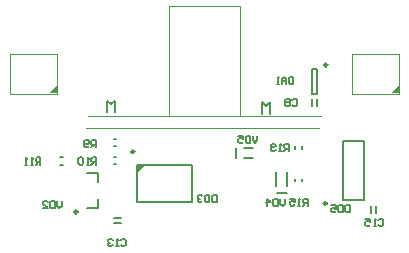
<source format=gbo>
G04*
G04 #@! TF.GenerationSoftware,Altium Limited,Altium Designer,20.1.8 (145)*
G04*
G04 Layer_Color=32896*
%FSTAX43Y43*%
%MOMM*%
G71*
G04*
G04 #@! TF.SameCoordinates,0B34B400-A00A-4FE9-84D7-845614CC9F3F*
G04*
G04*
G04 #@! TF.FilePolarity,Positive*
G04*
G01*
G75*
%ADD11C,0.250*%
%ADD12C,0.200*%
%ADD13C,0.150*%
%ADD14C,0.100*%
G36*
X0084008Y0104313D02*
X0084006Y0104311D01*
X0083306D01*
X0083979Y0104984D01*
X0084008D01*
Y0104313D01*
D02*
G37*
G36*
X011296D02*
X0112958Y0104311D01*
X0112258D01*
X0112931Y0104984D01*
X011296D01*
Y0104313D01*
D02*
G37*
G36*
X0091507Y0098264D02*
X0090787Y0097544D01*
X0090787Y0098264D01*
X0091507Y0098264D01*
D02*
G37*
D11*
X0085737Y0094269D02*
G03*
X0085737Y0094269I-0000125J0D01*
G01*
X0090537Y0099364D02*
G03*
X0090537Y0099364I-0000125J0D01*
G01*
X0106887Y0106703D02*
G03*
X0106887Y0106703I-0000125J0D01*
G01*
X0106837Y0094974D02*
G03*
X0106837Y0094974I-0000125J0D01*
G01*
D12*
X0088812Y0099826D02*
X0089012D01*
X0088812Y0100426D02*
X0089012D01*
X0086512Y0094569D02*
X0087512D01*
Y0095369D01*
X0086512Y0097569D02*
X0087512D01*
Y0096769D02*
Y0097569D01*
X0084292Y0098269D02*
X0084492D01*
X0084292Y0098869D02*
X0084492D01*
X0090787Y0098264D02*
X0095412D01*
X0090787Y0095064D02*
Y0098264D01*
Y0095064D02*
X0095412D01*
Y0098264D01*
X0104712Y0096869D02*
Y0097069D01*
X0104112Y0096869D02*
Y0097069D01*
X008883Y0098919D02*
X008903D01*
X008883Y0098319D02*
X008903D01*
X0104112Y0099619D02*
Y0099819D01*
X0104712Y0099619D02*
Y0099819D01*
X0108212Y0095229D02*
Y0100229D01*
X0110012Y0095229D02*
Y0100229D01*
X0108212Y0095229D02*
X0110012D01*
X0108212Y0100229D02*
X0110012D01*
D13*
X0099835Y0099694D02*
X0100585D01*
X009981Y0098844D02*
X010056D01*
X0099135D02*
Y0099669D01*
X0088804Y0093704D02*
X0089404D01*
X0088804Y0093304D02*
X0089404D01*
X0105612Y0106353D02*
X0106012D01*
X0105612Y0104253D02*
X0106012D01*
Y0106353D01*
X0105612Y0104253D02*
Y0106353D01*
X0106012Y010324D02*
Y010384D01*
X0105612Y010324D02*
Y010384D01*
X0102587Y0095869D02*
X0103462D01*
X0103487Y0096469D02*
Y0097669D01*
X0102537Y0096469D02*
Y0097669D01*
X0110612Y0094169D02*
Y0094769D01*
X0111012Y0094169D02*
Y0094769D01*
X0102012Y0102569D02*
Y0103568D01*
X0101679Y0103235D01*
X0101345Y0103568D01*
Y0102569D01*
X0088937Y0102694D02*
Y0103693D01*
X0088604Y010336D01*
X008827Y0103693D01*
Y0102694D01*
X0087312Y0099726D02*
Y0100326D01*
X0087012D01*
X0086912Y0100226D01*
Y0100026D01*
X0087012Y0099926D01*
X0087312D01*
X0087112D02*
X0086912Y0099726D01*
X0086712Y0099826D02*
X0086612Y0099726D01*
X0086412D01*
X0086312Y0099826D01*
Y0100226D01*
X0086412Y0100326D01*
X0086612D01*
X0086712Y0100226D01*
Y0100126D01*
X0086612Y0100026D01*
X0086312D01*
X0100962Y0100719D02*
Y0100319D01*
X0100762Y0100119D01*
X0100562Y0100319D01*
Y0100719D01*
X0100362D02*
Y0100119D01*
X0100062D01*
X0099962Y0100219D01*
Y0100619D01*
X0100062Y0100719D01*
X0100362D01*
X0099362D02*
X0099762D01*
Y0100419D01*
X0099562Y0100519D01*
X0099462D01*
X0099362Y0100419D01*
Y0100219D01*
X0099462Y0100119D01*
X0099662D01*
X0099762Y0100219D01*
X0097512Y0095669D02*
Y0095069D01*
X0097212D01*
X0097112Y0095169D01*
Y0095569D01*
X0097212Y0095669D01*
X0097512D01*
X0096912D02*
Y0095069D01*
X0096612D01*
X0096512Y0095169D01*
Y0095569D01*
X0096612Y0095669D01*
X0096912D01*
X0096312Y0095569D02*
X0096212Y0095669D01*
X0096012D01*
X0095912Y0095569D01*
Y0095469D01*
X0096012Y0095369D01*
X0096112D01*
X0096012D01*
X0095912Y0095269D01*
Y0095169D01*
X0096012Y0095069D01*
X0096212D01*
X0096312Y0095169D01*
X0104012Y0105682D02*
Y0105082D01*
X0103712D01*
X0103612Y0105182D01*
Y0105582D01*
X0103712Y0105682D01*
X0104012D01*
X0103412Y0105082D02*
Y0105482D01*
X0103212Y0105682D01*
X0103012Y0105482D01*
Y0105082D01*
Y0105382D01*
X0103412D01*
X0102812Y0105082D02*
X0102612D01*
X0102712D01*
Y0105682D01*
X0102812Y0105582D01*
X0108812Y0094829D02*
Y0094229D01*
X0108512D01*
X0108412Y0094329D01*
Y0094729D01*
X0108512Y0094829D01*
X0108812D01*
X0108212D02*
Y0094229D01*
X0107912D01*
X0107812Y0094329D01*
Y0094729D01*
X0107912Y0094829D01*
X0108212D01*
X0107212D02*
X0107612D01*
Y0094529D01*
X0107412Y0094629D01*
X0107312D01*
X0107212Y0094529D01*
Y0094329D01*
X0107312Y0094229D01*
X0107512D01*
X0107612Y0094329D01*
X0103912Y010374D02*
X0104012Y010384D01*
X0104212D01*
X0104312Y010374D01*
Y010334D01*
X0104212Y010324D01*
X0104012D01*
X0103912Y010334D01*
X0103712Y010374D02*
X0103612Y010384D01*
X0103412D01*
X0103312Y010374D01*
Y010364D01*
X0103412Y010354D01*
X0103312Y010344D01*
Y010334D01*
X0103412Y010324D01*
X0103612D01*
X0103712Y010334D01*
Y010344D01*
X0103612Y010354D01*
X0103712Y010364D01*
Y010374D01*
X0103612Y010354D02*
X0103412D01*
X0089412Y0091869D02*
X0089512Y0091969D01*
X0089712D01*
X0089812Y0091869D01*
Y0091469D01*
X0089712Y0091369D01*
X0089512D01*
X0089412Y0091469D01*
X0089212Y0091369D02*
X0089012D01*
X0089112D01*
Y0091969D01*
X0089212Y0091869D01*
X0088712D02*
X0088612Y0091969D01*
X0088412D01*
X0088312Y0091869D01*
Y0091769D01*
X0088412Y0091669D01*
X0088512D01*
X0088412D01*
X0088312Y0091569D01*
Y0091469D01*
X0088412Y0091369D01*
X0088612D01*
X0088712Y0091469D01*
X0111212Y0093569D02*
X0111312Y0093669D01*
X0111512D01*
X0111612Y0093569D01*
Y0093169D01*
X0111512Y0093069D01*
X0111312D01*
X0111212Y0093169D01*
X0111012Y0093069D02*
X0110812D01*
X0110912D01*
Y0093669D01*
X0111012Y0093569D01*
X0110112Y0093669D02*
X0110512D01*
Y0093369D01*
X0110312Y0093469D01*
X0110212D01*
X0110112Y0093369D01*
Y0093169D01*
X0110212Y0093069D01*
X0110412D01*
X0110512Y0093169D01*
X0087312Y0098269D02*
Y0098869D01*
X0087012D01*
X0086912Y0098769D01*
Y0098569D01*
X0087012Y0098469D01*
X0087312D01*
X0087112D02*
X0086912Y0098269D01*
X0086712D02*
X0086512D01*
X0086612D01*
Y0098869D01*
X0086712Y0098769D01*
X0086212D02*
X0086112Y0098869D01*
X0085912D01*
X0085812Y0098769D01*
Y0098369D01*
X0085912Y0098269D01*
X0086112D01*
X0086212Y0098369D01*
Y0098769D01*
X0082592Y0098269D02*
Y0098869D01*
X0082292D01*
X0082192Y0098769D01*
Y0098569D01*
X0082292Y0098469D01*
X0082592D01*
X0082392D02*
X0082192Y0098269D01*
X0081992D02*
X0081792D01*
X0081892D01*
Y0098869D01*
X0081992Y0098769D01*
X0081492Y0098269D02*
X0081292D01*
X0081392D01*
Y0098869D01*
X0081492Y0098769D01*
X0105212Y0094794D02*
Y0095394D01*
X0104912D01*
X0104812Y0095294D01*
Y0095094D01*
X0104912Y0094994D01*
X0105212D01*
X0105012D02*
X0104812Y0094794D01*
X0104612D02*
X0104412D01*
X0104512D01*
Y0095394D01*
X0104612Y0095294D01*
X0103712Y0095394D02*
X0104112D01*
Y0095094D01*
X0103912Y0095194D01*
X0103812D01*
X0103712Y0095094D01*
Y0094894D01*
X0103812Y0094794D01*
X0104012D01*
X0104112Y0094894D01*
X0103612Y0099419D02*
Y0100019D01*
X0103312D01*
X0103212Y0099919D01*
Y0099719D01*
X0103312Y0099619D01*
X0103612D01*
X0103412D02*
X0103212Y0099419D01*
X0103012D02*
X0102812D01*
X0102912D01*
Y0100019D01*
X0103012Y0099919D01*
X0102512Y0099519D02*
X0102412Y0099419D01*
X0102212D01*
X0102112Y0099519D01*
Y0099919D01*
X0102212Y0100019D01*
X0102412D01*
X0102512Y0099919D01*
Y0099819D01*
X0102412Y0099719D01*
X0102112D01*
X0103312Y0095369D02*
Y0094969D01*
X0103112Y0094769D01*
X0102912Y0094969D01*
Y0095369D01*
X0102712D02*
Y0094769D01*
X0102412D01*
X0102312Y0094869D01*
Y0095269D01*
X0102412Y0095369D01*
X0102712D01*
X0101812Y0094769D02*
Y0095369D01*
X0102112Y0095069D01*
X0101712D01*
X0084412Y0095169D02*
Y0094769D01*
X0084212Y0094569D01*
X0084012Y0094769D01*
Y0095169D01*
X0083812D02*
Y0094569D01*
X0083512D01*
X0083412Y0094669D01*
Y0095069D01*
X0083512Y0095169D01*
X0083812D01*
X0082812Y0094569D02*
X0083212D01*
X0082812Y0094969D01*
Y0095069D01*
X0082912Y0095169D01*
X0083112D01*
X0083212Y0095069D01*
D14*
X0086437Y0101369D02*
X0106212D01*
X0099512Y0102369D02*
Y0111694D01*
X0109004Y0107611D02*
X0112958Y0107612D01*
Y0104286D02*
Y0107612D01*
X0109004Y0104286D02*
Y0107611D01*
Y0104286D02*
X0112958D01*
X0080052Y0107611D02*
X0084006Y0107612D01*
Y0104286D02*
Y0107612D01*
X0080052Y0104286D02*
Y0107611D01*
Y0104286D02*
X0084006D01*
X0086662Y0102369D02*
X0106362D01*
X0093512D02*
X0099512D01*
X0093512D02*
Y0111694D01*
X0099512D01*
M02*

</source>
